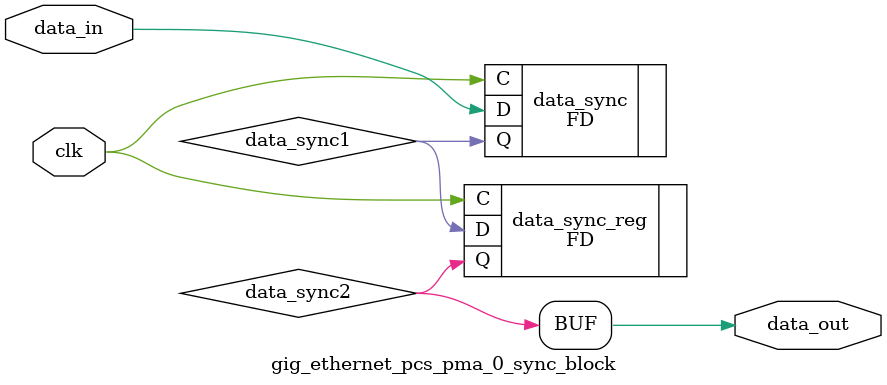
<source format=v>

`timescale 1ps / 1ps

(* dont_touch = "yes" *)
module gig_ethernet_pcs_pma_0_sync_block #(
  parameter INITIALISE = 2'b00
)
(
  input        clk,              // clock to be sync'ed to
  input        data_in,          // Data to be 'synced'
  output       data_out          // synced data
);

  // Internal Signals
  wire data_sync1;
  wire data_sync2;


  (* shreg_extract = "no", ASYNC_REG = "true", RLOC = "X0Y0" *)
  FD #(
    .INIT (INITIALISE[0])
  ) data_sync (
    .C  (clk),
    .D  (data_in),
    .Q  (data_sync1)
  );


  (* shreg_extract = "no", ASYNC_REG = "true", RLOC = "X0Y0" *)
  FD #(
   .INIT (INITIALISE[1])
  ) data_sync_reg (
  .C  (clk),
  .D  (data_sync1),
  .Q  (data_sync2)
  );


  assign data_out = data_sync2;


endmodule



</source>
